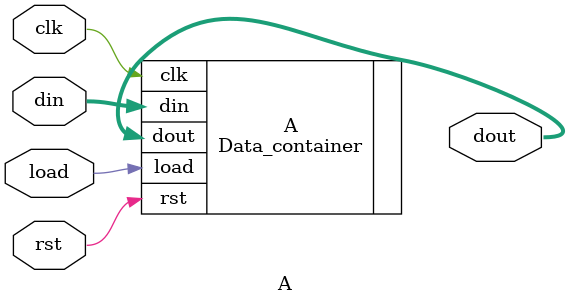
<source format=v>
`timescale 1ns / 1ps


module A(
    input wire clk,    // 时钟输入
    input wire rst,    // 复位输入
    input wire [31:0] din, // 数据输入
    input wire load,   // 载入控制输入
    output wire [31:0] dout // 数据输出
    );

Data_container A(
    .clk(clk),
    .rst(rst),
    .din(din),
    .load(load),
    .dout(dout)
);

endmodule

</source>
